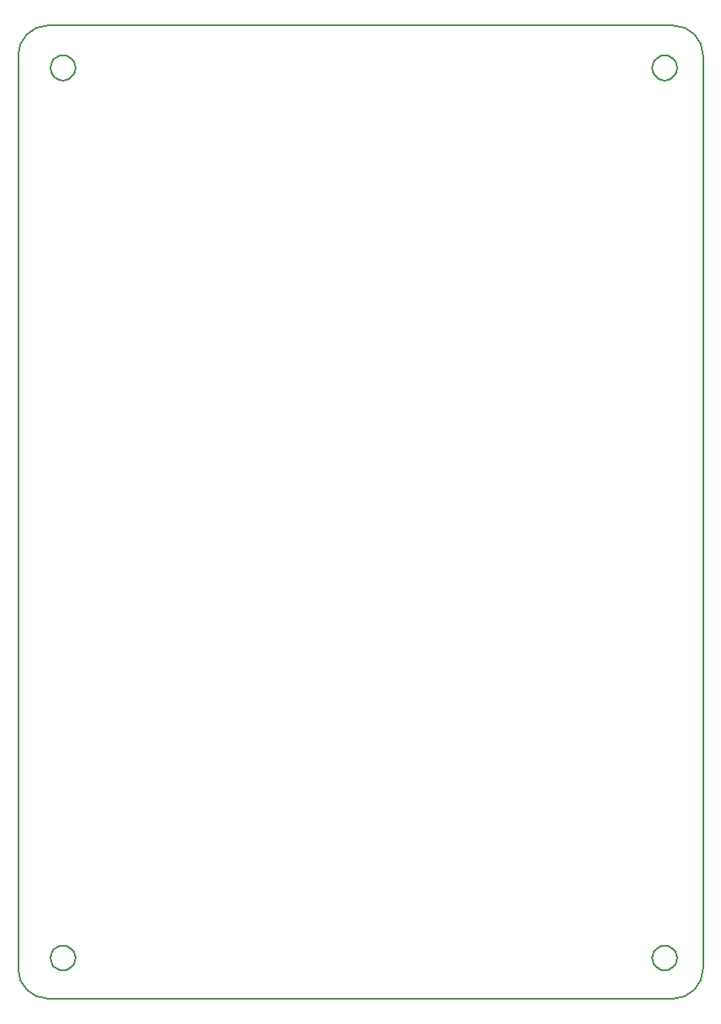
<source format=gm1>
G04 #@! TF.GenerationSoftware,KiCad,Pcbnew,(5.1.10-1-10_14)*
G04 #@! TF.CreationDate,2021-10-14T13:31:25-04:00*
G04 #@! TF.ProjectId,TR108 Mainboard,54523130-3820-44d6-9169-6e626f617264,1*
G04 #@! TF.SameCoordinates,Original*
G04 #@! TF.FileFunction,Profile,NP*
%FSLAX46Y46*%
G04 Gerber Fmt 4.6, Leading zero omitted, Abs format (unit mm)*
G04 Created by KiCad (PCBNEW (5.1.10-1-10_14)) date 2021-10-14 13:31:25*
%MOMM*%
%LPD*%
G01*
G04 APERTURE LIST*
G04 #@! TA.AperFunction,Profile*
%ADD10C,0.200000*%
G04 #@! TD*
G04 APERTURE END LIST*
D10*
X99774238Y-47855833D02*
X99774238Y-139855833D01*
X99774238Y-47855833D02*
G75*
G02*
X102774238Y-44855833I3000000J0D01*
G01*
X165774238Y-44855833D02*
X102774238Y-44855833D01*
X165774238Y-44855833D02*
G75*
G02*
X168774238Y-47855833I0J-3000000D01*
G01*
X168774238Y-139855833D02*
X168774238Y-47855833D01*
X168774238Y-139855833D02*
G75*
G02*
X165774238Y-142855833I-3000000J0D01*
G01*
X102774238Y-142855833D02*
X165774238Y-142855833D01*
X102774238Y-142855833D02*
G75*
G02*
X99774238Y-139855833I0J3000000D01*
G01*
X165236132Y-137542758D02*
X164912608Y-137500165D01*
X163830076Y-49748943D02*
X164028725Y-50007827D01*
X164287608Y-50206475D02*
X164589084Y-50331350D01*
X164589084Y-50331350D02*
X164912608Y-50373943D01*
X164589084Y-47916536D02*
X164287608Y-48041411D01*
X163705201Y-49447467D02*
X163830076Y-49748943D01*
X164028725Y-48240060D02*
X163830076Y-48498943D01*
X163830076Y-48498943D02*
X163705201Y-48800419D01*
X163662608Y-49123943D02*
X163705201Y-49447467D01*
X163705201Y-48800419D02*
X163662608Y-49123943D01*
X164912608Y-47873943D02*
X164589084Y-47916536D01*
X164287608Y-48041411D02*
X164028725Y-48240060D01*
X164912608Y-50373943D02*
X165236132Y-50331350D01*
X165236132Y-50331350D02*
X165537608Y-50206475D01*
X165537608Y-50206475D02*
X165796491Y-50007827D01*
X165796491Y-50007827D02*
X165995140Y-49748943D01*
X165995140Y-49748943D02*
X166120015Y-49447467D01*
X166120015Y-49447467D02*
X166162608Y-49123943D01*
X166162608Y-49123943D02*
X166120015Y-48800419D01*
X166120015Y-48800419D02*
X165995140Y-48498943D01*
X165995140Y-48498943D02*
X165796491Y-48240060D01*
X165796491Y-48240060D02*
X165537608Y-48041411D01*
X165537608Y-48041411D02*
X165236132Y-47916536D01*
X164028725Y-50007827D02*
X164287608Y-50206475D01*
X165236132Y-47916536D02*
X164912608Y-47873943D01*
X103205100Y-49748943D02*
X103403749Y-50007827D01*
X103662632Y-50206475D02*
X103964108Y-50331350D01*
X103964108Y-50331350D02*
X104287632Y-50373943D01*
X103964108Y-47916536D02*
X103662632Y-48041411D01*
X103080225Y-49447467D02*
X103205100Y-49748943D01*
X103403749Y-48240060D02*
X103205100Y-48498943D01*
X103205100Y-48498943D02*
X103080225Y-48800419D01*
X103037632Y-49123943D02*
X103080225Y-49447467D01*
X103080225Y-48800419D02*
X103037632Y-49123943D01*
X104287632Y-47873943D02*
X103964108Y-47916536D01*
X103205100Y-139375165D02*
X103403749Y-139634048D01*
X103662632Y-139832697D02*
X103964108Y-139957572D01*
X103964108Y-139957572D02*
X104287632Y-140000165D01*
X103964108Y-137542758D02*
X103662632Y-137667633D01*
X103080225Y-139073689D02*
X103205100Y-139375165D01*
X103403749Y-137866281D02*
X103205100Y-138125165D01*
X103205100Y-138125165D02*
X103080225Y-138426641D01*
X103037632Y-138750165D02*
X103080225Y-139073689D01*
X103080225Y-138426641D02*
X103037632Y-138750165D01*
X104287632Y-137500165D02*
X103964108Y-137542758D01*
X103662632Y-137667633D02*
X103403749Y-137866281D01*
X104287632Y-140000165D02*
X104611156Y-139957572D01*
X104611156Y-139957572D02*
X104912632Y-139832697D01*
X104912632Y-139832697D02*
X105171515Y-139634048D01*
X105171515Y-139634048D02*
X105370164Y-139375165D01*
X105370164Y-139375165D02*
X105495039Y-139073689D01*
X105495039Y-139073689D02*
X105537632Y-138750165D01*
X105537632Y-138750165D02*
X105495039Y-138426641D01*
X105495039Y-138426641D02*
X105370164Y-138125165D01*
X105370164Y-138125165D02*
X105171515Y-137866281D01*
X105171515Y-137866281D02*
X104912632Y-137667633D01*
X104912632Y-137667633D02*
X104611156Y-137542758D01*
X103403749Y-139634048D02*
X103662632Y-139832697D01*
X104611156Y-137542758D02*
X104287632Y-137500165D01*
X163830076Y-139375165D02*
X164028725Y-139634048D01*
X164287608Y-139832697D02*
X164589084Y-139957572D01*
X164589084Y-139957572D02*
X164912608Y-140000165D01*
X164589084Y-137542758D02*
X164287608Y-137667633D01*
X163705201Y-139073689D02*
X163830076Y-139375165D01*
X164028725Y-137866281D02*
X163830076Y-138125165D01*
X163830076Y-138125165D02*
X163705201Y-138426641D01*
X163662608Y-138750165D02*
X163705201Y-139073689D01*
X163705201Y-138426641D02*
X163662608Y-138750165D01*
X164912608Y-137500165D02*
X164589084Y-137542758D01*
X164287608Y-137667633D02*
X164028725Y-137866281D01*
X164912608Y-140000165D02*
X165236132Y-139957572D01*
X165236132Y-139957572D02*
X165537608Y-139832697D01*
X165537608Y-139832697D02*
X165796491Y-139634048D01*
X165796491Y-139634048D02*
X165995140Y-139375165D01*
X165995140Y-139375165D02*
X166120015Y-139073689D01*
X166120015Y-139073689D02*
X166162608Y-138750165D01*
X166162608Y-138750165D02*
X166120015Y-138426641D01*
X166120015Y-138426641D02*
X165995140Y-138125165D01*
X165995140Y-138125165D02*
X165796491Y-137866281D01*
X165796491Y-137866281D02*
X165537608Y-137667633D01*
X165537608Y-137667633D02*
X165236132Y-137542758D01*
X164028725Y-139634048D02*
X164287608Y-139832697D01*
X103662632Y-48041411D02*
X103403749Y-48240060D01*
X104287632Y-50373943D02*
X104611156Y-50331350D01*
X104611156Y-50331350D02*
X104912632Y-50206475D01*
X104912632Y-50206475D02*
X105171515Y-50007827D01*
X105171515Y-50007827D02*
X105370164Y-49748943D01*
X105370164Y-49748943D02*
X105495039Y-49447467D01*
X105495039Y-49447467D02*
X105537632Y-49123943D01*
X105537632Y-49123943D02*
X105495039Y-48800419D01*
X105495039Y-48800419D02*
X105370164Y-48498943D01*
X105370164Y-48498943D02*
X105171515Y-48240060D01*
X105171515Y-48240060D02*
X104912632Y-48041411D01*
X104912632Y-48041411D02*
X104611156Y-47916536D01*
X103403749Y-50007827D02*
X103662632Y-50206475D01*
X104611156Y-47916536D02*
X104287632Y-47873943D01*
M02*

</source>
